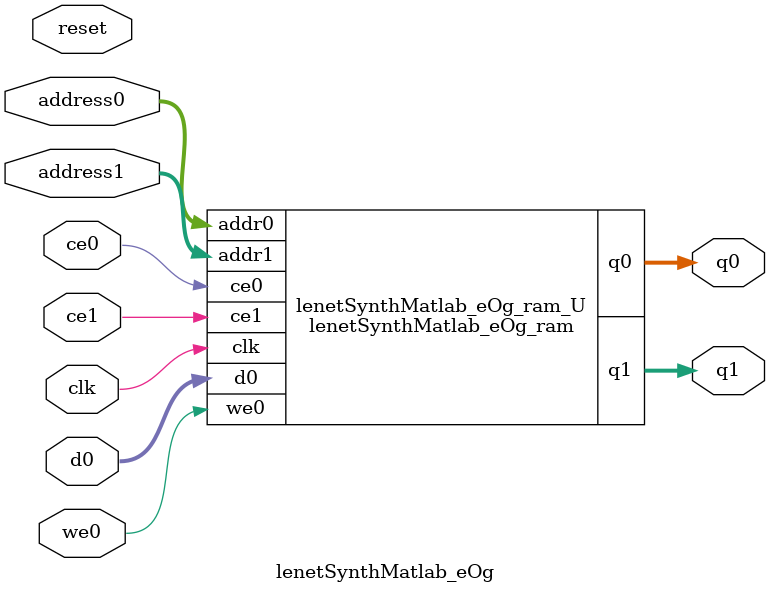
<source format=v>

`timescale 1 ns / 1 ps
module lenetSynthMatlab_eOg_ram (addr0, ce0, d0, we0, q0, addr1, ce1, q1,  clk);

parameter DWIDTH = 64;
parameter AWIDTH = 13;
parameter MEM_SIZE = 4704;

input[AWIDTH-1:0] addr0;
input ce0;
input[DWIDTH-1:0] d0;
input we0;
output reg[DWIDTH-1:0] q0;
input[AWIDTH-1:0] addr1;
input ce1;
output reg[DWIDTH-1:0] q1;
input clk;

(* ram_style = "block" *)reg [DWIDTH-1:0] ram[0:MEM_SIZE-1];




always @(posedge clk)  
begin 
    if (ce0) 
    begin
        if (we0) 
        begin 
            ram[addr0] <= d0; 
            q0 <= d0;
        end 
        else 
            q0 <= ram[addr0];
    end
end


always @(posedge clk)  
begin 
    if (ce1) 
    begin
            q1 <= ram[addr1];
    end
end


endmodule


`timescale 1 ns / 1 ps
module lenetSynthMatlab_eOg(
    reset,
    clk,
    address0,
    ce0,
    we0,
    d0,
    q0,
    address1,
    ce1,
    q1);

parameter DataWidth = 32'd64;
parameter AddressRange = 32'd4704;
parameter AddressWidth = 32'd13;
input reset;
input clk;
input[AddressWidth - 1:0] address0;
input ce0;
input we0;
input[DataWidth - 1:0] d0;
output[DataWidth - 1:0] q0;
input[AddressWidth - 1:0] address1;
input ce1;
output[DataWidth - 1:0] q1;



lenetSynthMatlab_eOg_ram lenetSynthMatlab_eOg_ram_U(
    .clk( clk ),
    .addr0( address0 ),
    .ce0( ce0 ),
    .we0( we0 ),
    .d0( d0 ),
    .q0( q0 ),
    .addr1( address1 ),
    .ce1( ce1 ),
    .q1( q1 ));

endmodule


</source>
